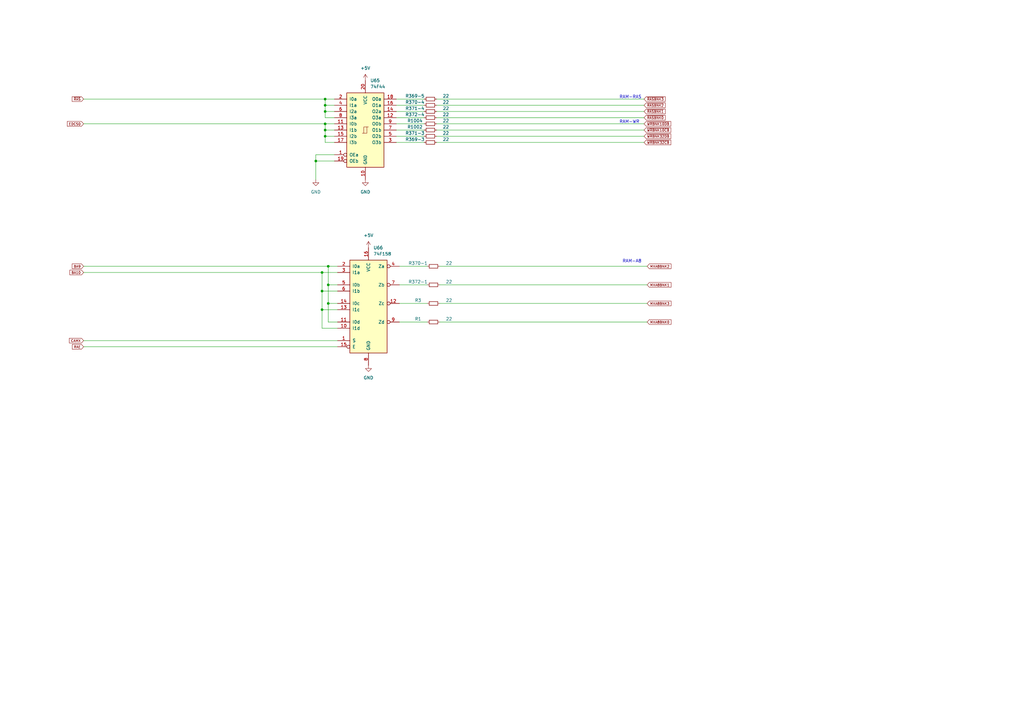
<source format=kicad_sch>
(kicad_sch (version 20211123) (generator eeschema)
  (paper "A3")
  (lib_symbols
    (symbol "74xx:74LS158" (pin_names (offset 1.016))
      (property "Reference" "U" (at -7.62 19.05 0))
      (property "Value" "74LS158" (at -7.62 -21.59 0))
      (symbol "74LS158_1_0"
        (pin input line (at -12.7 -15.24 0) (length 5.08) (name "S") (number "1"))
        (pin input line (at -12.7 -10.16 0) (length 5.08) (name "I1d") (number "10"))
        (pin input line (at -12.7 -7.62 0) (length 5.08) (name "I0d") (number "11"))
        (pin output inverted (at 12.7 0 180) (length 5.08) (name "Zc") (number "12"))
        (pin input line (at -12.7 -2.54 0) (length 5.08) (name "I1c") (number "13"))
        (pin input line (at -12.7 0 0) (length 5.08) (name "I0c") (number "14"))
        (pin input inverted (at -12.7 -17.78 0) (length 5.08) (name "E") (number "15"))
        (pin power_in line (at 0 22.86 270) (length 5.08) (name "VCC") (number "16"))
        (pin input line (at -12.7 15.24 0) (length 5.08) (name "I0a") (number "2"))
        (pin input line (at -12.7 12.7 0) (length 5.08) (name "I1a") (number "3"))
        (pin output inverted (at 12.7 15.24 180) (length 5.08) (name "Za") (number "4"))
        (pin input line (at -12.7 7.62 0) (length 5.08) (name "I0b") (number "5"))
        (pin input line (at -12.7 5.08 0) (length 5.08) (name "I1b") (number "6"))
        (pin output inverted (at 12.7 7.62 180) (length 5.08) (name "Zb") (number "7"))
        (pin power_in line (at 0 -25.4 90) (length 5.08) (name "GND") (number "8"))
        (pin output inverted (at 12.7 -7.62 180) (length 5.08) (name "Zd") (number "9"))
      )
      (symbol "74LS158_1_1"
        (rectangle (start -7.62 17.78) (end 7.62 -20.32) (stroke (width 0.254)) (fill (type background)))
      )
    )
    (symbol "74xx:74LS244" (pin_names (offset 1.016))
      (property "Reference" "U" (at -7.62 16.51 0))
      (property "Value" "74LS244" (at -7.62 -16.51 0))
      (symbol "74LS244_1_0"
        (polyline (pts (xy -0.635 -1.27) (xy -0.635 1.27) (xy 0.635 1.27)))
        (polyline (pts (xy -1.27 -1.27) (xy 0.635 -1.27) (xy 0.635 1.27) (xy 1.27 1.27)))
        (pin input inverted (at -12.7 -10.16 0) (length 5.08) (name "OEa") (number "1"))
        (pin power_in line (at 0 -20.32 90) (length 5.08) (name "GND") (number "10"))
        (pin input line (at -12.7 2.54 0) (length 5.08) (name "I0b") (number "11"))
        (pin tri_state line (at 12.7 5.08 180) (length 5.08) (name "O3a") (number "12"))
        (pin input line (at -12.7 0 0) (length 5.08) (name "I1b") (number "13"))
        (pin tri_state line (at 12.7 7.62 180) (length 5.08) (name "O2a") (number "14"))
        (pin input line (at -12.7 -2.54 0) (length 5.08) (name "I2b") (number "15"))
        (pin tri_state line (at 12.7 10.16 180) (length 5.08) (name "O1a") (number "16"))
        (pin input line (at -12.7 -5.08 0) (length 5.08) (name "I3b") (number "17"))
        (pin tri_state line (at 12.7 12.7 180) (length 5.08) (name "O0a") (number "18"))
        (pin input inverted (at -12.7 -12.7 0) (length 5.08) (name "OEb") (number "19"))
        (pin input line (at -12.7 12.7 0) (length 5.08) (name "I0a") (number "2"))
        (pin power_in line (at 0 20.32 270) (length 5.08) (name "VCC") (number "20"))
        (pin tri_state line (at 12.7 -5.08 180) (length 5.08) (name "O3b") (number "3"))
        (pin input line (at -12.7 10.16 0) (length 5.08) (name "I1a") (number "4"))
        (pin tri_state line (at 12.7 -2.54 180) (length 5.08) (name "O2b") (number "5"))
        (pin input line (at -12.7 7.62 0) (length 5.08) (name "I2a") (number "6"))
        (pin tri_state line (at 12.7 0 180) (length 5.08) (name "O1b") (number "7"))
        (pin input line (at -12.7 5.08 0) (length 5.08) (name "I3a") (number "8"))
        (pin tri_state line (at 12.7 2.54 180) (length 5.08) (name "O0b") (number "9"))
      )
      (symbol "74LS244_1_1"
        (rectangle (start -7.62 15.24) (end 7.62 -15.24) (stroke (width 0.254)) (fill (type background)))
      )
    )
    (symbol "Device:R_Small" (pin_numbers hide) (pin_names (offset 0.254) hide)
      (property "Reference" "R" (at 0.762 0.508 0))
      (property "Value" "R_Small" (at 0.762 -1.016 0))
      (symbol "R_Small_0_1"
        (rectangle (start -0.762 1.778) (end 0.762 -1.778) (stroke (width 0.2032)))
      )
      (symbol "R_Small_1_1"
        (pin passive line (at 0 2.54 270) (length 0.762) (name "~") (number "1"))
        (pin passive line (at 0 -2.54 90) (length 0.762) (name "~") (number "2"))
      )
    )
    (symbol "power:+5V" (power) (pin_names (offset 0))
      (property "Value" "+5V" (at 0 3.556 0))
      (symbol "+5V_0_1"
        (polyline (pts (xy -0.762 1.27) (xy 0 2.54)))
        (polyline (pts (xy 0 0) (xy 0 2.54)))
        (polyline (pts (xy 0 2.54) (xy 0.762 1.27)))
      )
      (symbol "+5V_1_1"
        (pin power_in line (at 0 0 90) (length 0) hide (name "+5V") (number "1"))
      )
    )
    (symbol "power:GND" (power) (pin_names (offset 0))
      (property "Value" "GND" (at 0 -3.81 0))
      (symbol "GND_0_1"
        (polyline (pts (xy 0 0) (xy 0 -1.27) (xy 1.27 -1.27) (xy 0 -2.54) (xy -1.27 -1.27) (xy 0 -1.27)))
      )
      (symbol "GND_1_1"
        (pin power_in line (at 0 0 270) (length 0) hide (name "GND") (number "1"))
      )
    )
  )
  (junction (at 132.08 119.38))
  (junction (at 133.35 45.72))
  (junction (at 133.35 50.8))
  (junction (at 133.35 40.64))
  (junction (at 129.54 66.04))
  (junction (at 133.35 53.34))
  (junction (at 134.62 109.22))
  (junction (at 133.35 43.18))
  (junction (at 134.62 116.84))
  (junction (at 132.08 111.76))
  (junction (at 134.62 124.46))
  (junction (at 132.08 127))
  (junction (at 133.35 55.88))
  (wire (pts (xy 133.35 58.42) (xy 137.16 58.42)))
  (wire (pts (xy 133.35 45.72) (xy 133.35 43.18)))
  (wire (pts (xy 137.16 63.5) (xy 129.54 63.5)))
  (wire (pts (xy 34.29 109.22) (xy 134.62 109.22)))
  (wire (pts (xy 162.56 40.64) (xy 173.99 40.64)))
  (wire (pts (xy 163.83 109.22) (xy 175.26 109.22)))
  (wire (pts (xy 134.62 109.22) (xy 134.62 116.84)))
  (wire (pts (xy 163.83 132.08) (xy 175.26 132.08)))
  (wire (pts (xy 34.29 50.8) (xy 133.35 50.8)))
  (wire (pts (xy 133.35 40.64) (xy 137.16 40.64)))
  (wire (pts (xy 132.08 134.62) (xy 138.43 134.62)))
  (wire (pts (xy 162.56 43.18) (xy 173.99 43.18)))
  (wire (pts (xy 179.07 45.72) (xy 264.16 45.72)))
  (wire (pts (xy 180.34 116.84) (xy 265.43 116.84)))
  (wire (pts (xy 162.56 53.34) (xy 173.99 53.34)))
  (wire (pts (xy 134.62 116.84) (xy 134.62 124.46)))
  (wire (pts (xy 129.54 66.04) (xy 129.54 73.66)))
  (wire (pts (xy 133.35 55.88) (xy 133.35 53.34)))
  (wire (pts (xy 132.08 111.76) (xy 132.08 119.38)))
  (wire (pts (xy 138.43 109.22) (xy 134.62 109.22)))
  (wire (pts (xy 133.35 50.8) (xy 133.35 53.34)))
  (wire (pts (xy 180.34 109.22) (xy 265.43 109.22)))
  (wire (pts (xy 179.07 58.42) (xy 264.16 58.42)))
  (wire (pts (xy 179.07 53.34) (xy 264.16 53.34)))
  (wire (pts (xy 132.08 127) (xy 132.08 134.62)))
  (wire (pts (xy 134.62 116.84) (xy 138.43 116.84)))
  (wire (pts (xy 34.29 40.64) (xy 133.35 40.64)))
  (wire (pts (xy 134.62 132.08) (xy 138.43 132.08)))
  (wire (pts (xy 34.29 111.76) (xy 132.08 111.76)))
  (wire (pts (xy 180.34 132.08) (xy 265.43 132.08)))
  (wire (pts (xy 163.83 124.46) (xy 175.26 124.46)))
  (wire (pts (xy 162.56 48.26) (xy 173.99 48.26)))
  (wire (pts (xy 162.56 45.72) (xy 173.99 45.72)))
  (wire (pts (xy 163.83 116.84) (xy 175.26 116.84)))
  (wire (pts (xy 137.16 55.88) (xy 133.35 55.88)))
  (wire (pts (xy 132.08 127) (xy 138.43 127)))
  (wire (pts (xy 133.35 43.18) (xy 137.16 43.18)))
  (wire (pts (xy 129.54 66.04) (xy 137.16 66.04)))
  (wire (pts (xy 34.29 139.7) (xy 138.43 139.7)))
  (wire (pts (xy 133.35 48.26) (xy 133.35 45.72)))
  (wire (pts (xy 132.08 111.76) (xy 138.43 111.76)))
  (wire (pts (xy 132.08 119.38) (xy 138.43 119.38)))
  (wire (pts (xy 179.07 40.64) (xy 264.16 40.64)))
  (wire (pts (xy 162.56 55.88) (xy 173.99 55.88)))
  (wire (pts (xy 137.16 48.26) (xy 133.35 48.26)))
  (wire (pts (xy 133.35 53.34) (xy 137.16 53.34)))
  (wire (pts (xy 34.29 142.24) (xy 138.43 142.24)))
  (wire (pts (xy 180.34 124.46) (xy 265.43 124.46)))
  (wire (pts (xy 162.56 58.42) (xy 173.99 58.42)))
  (wire (pts (xy 162.56 50.8) (xy 173.99 50.8)))
  (wire (pts (xy 179.07 48.26) (xy 264.16 48.26)))
  (wire (pts (xy 179.07 43.18) (xy 264.16 43.18)))
  (wire (pts (xy 133.35 45.72) (xy 137.16 45.72)))
  (wire (pts (xy 129.54 63.5) (xy 129.54 66.04)))
  (wire (pts (xy 133.35 55.88) (xy 133.35 58.42)))
  (wire (pts (xy 179.07 50.8) (xy 264.16 50.8)))
  (wire (pts (xy 179.07 55.88) (xy 264.16 55.88)))
  (wire (pts (xy 137.16 50.8) (xy 133.35 50.8)))
  (wire (pts (xy 134.62 124.46) (xy 138.43 124.46)))
  (wire (pts (xy 134.62 124.46) (xy 134.62 132.08)))
  (wire (pts (xy 133.35 43.18) (xy 133.35 40.64)))
  (wire (pts (xy 132.08 119.38) (xy 132.08 127)))
  (text "RAM-WR" (at 254 50.8 0) (effects (font (size 1.27 1.27)) (justify left bottom)))
  (text "RAM-RAS" (at 254 40.64 0) (effects (font (size 1.27 1.27)) (justify left bottom)))
  (text "RAM-A8" (at 255.27 107.95 0) (effects (font (size 1.27 1.27)) (justify left bottom)))
  (global_label "~{RAS}" (shape input) (at 34.29 40.64 180) (effects (font (size 1 1))) (property "Intersheet References" "${INTERSHEET_REFS}" (effects hide)))
  (global_label "BA9" (shape input) (at 34.29 109.22 180) (effects (font (size 1 1))) (property "Intersheet References" "${INTERSHEET_REFS}" (effects hide)))
  (global_label "~{WRBNK10CB}" (shape input) (at 264.16 53.34 0) (effects (font (size 1 1))) (property "Intersheet References" "${INTERSHEET_REFS}" (effects hide)))
  (global_label "~{WRBNK32CB}" (shape input) (at 264.16 58.42 0) (effects (font (size 1 1))) (property "Intersheet References" "${INTERSHEET_REFS}" (effects hide)))
  (global_label "~{RASBNK2}" (shape input) (at 264.16 43.18 0) (effects (font (size 1 1))) (property "Intersheet References" "${INTERSHEET_REFS}" (effects hide)))
  (global_label "~{WRBNK10DB}" (shape input) (at 264.16 50.8 0) (effects (font (size 1 1))) (property "Intersheet References" "${INTERSHEET_REFS}" (effects hide)))
  (global_label "EDCS0" (shape input) (at 34.29 50.8 180) (effects (font (size 1 1))) (property "Intersheet References" "${INTERSHEET_REFS}" (effects hide)))
  (global_label "RAE" (shape input) (at 34.29 142.24 180) (effects (font (size 1 1))) (property "Intersheet References" "${INTERSHEET_REFS}" (effects hide)))
  (global_label "BA10" (shape input) (at 34.29 111.76 180) (effects (font (size 1 1))) (property "Intersheet References" "${INTERSHEET_REFS}" (effects hide)))
  (global_label "MXA8BNK1" (shape input) (at 265.43 116.84 0) (effects (font (size 1 1))) (property "Intersheet References" "${INTERSHEET_REFS}" (effects hide)))
  (global_label "~{RASBNK0}" (shape input) (at 264.16 48.26 0) (effects (font (size 1 1))) (property "Intersheet References" "${INTERSHEET_REFS}" (effects hide)))
  (global_label "MXA8BNK0" (shape input) (at 265.43 132.08 0) (effects (font (size 1 1))) (property "Intersheet References" "${INTERSHEET_REFS}" (effects hide)))
  (global_label "MXA8BNK2" (shape input) (at 265.43 109.22 0) (effects (font (size 1 1))) (property "Intersheet References" "${INTERSHEET_REFS}" (effects hide)))
  (global_label "~{WRBNK32DB}" (shape input) (at 264.16 55.88 0) (effects (font (size 1 1))) (property "Intersheet References" "${INTERSHEET_REFS}" (effects hide)))
  (global_label "CAMX" (shape input) (at 34.29 139.7 180) (effects (font (size 1 1))) (property "Intersheet References" "${INTERSHEET_REFS}" (effects hide)))
  (global_label "MXA8BNK3" (shape input) (at 265.43 124.46 0) (effects (font (size 1 1))) (property "Intersheet References" "${INTERSHEET_REFS}" (effects hide)))
  (global_label "~{RASBNK3}" (shape input) (at 264.16 40.64 0) (effects (font (size 1 1))) (property "Intersheet References" "${INTERSHEET_REFS}" (effects hide)))
  (global_label "~{RASBNK1}" (shape input) (at 264.16 45.72 0) (effects (font (size 1 1))) (property "Intersheet References" "${INTERSHEET_REFS}" (effects hide)))
  (symbol (lib_id "Device:R_Small") (at 176.53 45.72 90) (unit 1)
    (property "Reference" "R371-4" (at 170.18 44.45 90))
    (property "Value" "22" (at 182.88 44.45 90))
    (property "Footprint" "Resistor_SMD:R_0402_1005Metric" (effects hide))
  )
  (symbol (lib_id "74xx:74LS158") (at 151.13 124.46 0) (unit 1)
    (property "Reference" "U66" (at 153.1494 101.6 0) (effects (justify left)))
    (property "Value" "74F158" (at 153.1494 104.14 0) (effects (justify left)))
    (property "Footprint" "Package_DIP:DIP-16_W7.62mm" (effects hide))
    (property "Datasheet" "http://www.ti.com/lit/gpn/sn74LS158" (effects hide))
  )
  (symbol (lib_id "Device:R_Small") (at 176.53 43.18 90) (unit 1)
    (property "Reference" "R370-4" (at 170.18 41.91 90))
    (property "Value" "22" (at 182.88 41.91 90))
    (property "Footprint" "Resistor_SMD:R_0402_1005Metric" (effects hide))
  )
  (symbol (lib_id "Device:R_Small") (at 176.53 40.64 90) (unit 1)
    (property "Reference" "R369-5" (at 170.18 39.37 90))
    (property "Value" "22" (at 182.88 39.37 90))
    (property "Footprint" "Resistor_SMD:R_0402_1005Metric" (effects hide))
  )
  (symbol (lib_id "power:GND") (at 129.54 73.66 0) (unit 1)
    (property "Reference" "#PWR0237" (effects hide))
    (property "Value" "GND" (at 129.54 78.74 0))
  )
  (symbol (lib_id "Device:R_Small") (at 177.8 109.22 90) (unit 1)
    (property "Reference" "R370-1" (at 171.45 107.95 90))
    (property "Value" "22" (at 184.15 107.95 90))
    (property "Footprint" "Resistor_SMD:R_0402_1005Metric" (effects hide))
  )
  (symbol (lib_id "Device:R_Small") (at 177.8 124.46 90) (unit 1)
    (property "Reference" "R3" (at 171.45 123.19 90))
    (property "Value" "22" (at 184.15 123.19 90))
    (property "Footprint" "Resistor_SMD:R_0402_1005Metric" (effects hide))
  )
  (symbol (lib_id "power:GND") (at 151.13 149.86 0) (unit 1)
    (property "Reference" "#PWR0236" (effects hide))
    (property "Value" "GND" (at 151.13 154.94 0))
  )
  (symbol (lib_id "power:+5V") (at 151.13 101.6 0) (unit 1)
    (property "Reference" "#PWR0235" (effects hide))
    (property "Value" "+5V" (at 151.13 96.52 0))
  )
  (symbol (lib_id "Device:R_Small") (at 176.53 50.8 90) (unit 1)
    (property "Reference" "R1004" (at 170.18 49.53 90))
    (property "Value" "22" (at 182.88 49.53 90))
    (property "Footprint" "Resistor_SMD:R_0402_1005Metric" (effects hide))
  )
  (symbol (lib_id "Device:R_Small") (at 177.8 132.08 90) (unit 1)
    (property "Reference" "R1" (at 171.45 130.81 90))
    (property "Value" "22" (at 184.15 130.81 90))
    (property "Footprint" "Resistor_SMD:R_0402_1005Metric" (effects hide))
  )
  (symbol (lib_id "74xx:74LS244") (at 149.86 53.34 0) (unit 1)
    (property "Reference" "U65" (at 151.8794 33.02 0) (effects (justify left)))
    (property "Value" "74F44" (at 151.8794 35.56 0) (effects (justify left)))
    (property "Footprint" "Package_DIP:DIP-20_W7.62mm" (effects hide))
    (property "Datasheet" "http://www.ti.com/lit/ds/symlink/sn74ls244.pdf" (effects hide))
  )
  (symbol (lib_id "power:+5V") (at 149.86 33.02 0) (unit 1)
    (property "Reference" "#PWR0233" (effects hide))
    (property "Value" "+5V" (at 149.86 27.94 0))
  )
  (symbol (lib_id "power:GND") (at 149.86 73.66 0) (unit 1)
    (property "Reference" "#PWR0234" (effects hide))
    (property "Value" "GND" (at 149.86 78.74 0))
  )
  (symbol (lib_id "Device:R_Small") (at 177.8 116.84 90) (unit 1)
    (property "Reference" "R372-1" (at 171.45 115.57 90))
    (property "Value" "22" (at 184.15 115.57 90))
    (property "Footprint" "Resistor_SMD:R_0402_1005Metric" (effects hide))
  )
  (symbol (lib_id "Device:R_Small") (at 176.53 48.26 90) (unit 1)
    (property "Reference" "R372-4" (at 170.18 46.99 90))
    (property "Value" "22" (at 182.88 46.99 90))
    (property "Footprint" "Resistor_SMD:R_0402_1005Metric" (effects hide))
  )
  (symbol (lib_id "Device:R_Small") (at 176.53 58.42 90) (unit 1)
    (property "Reference" "R369-3" (at 170.18 57.15 90))
    (property "Value" "22" (at 182.88 57.15 90))
    (property "Footprint" "Resistor_SMD:R_0402_1005Metric" (effects hide))
  )
  (symbol (lib_id "Device:R_Small") (at 176.53 55.88 90) (unit 1)
    (property "Reference" "R371-3" (at 170.18 54.61 90))
    (property "Value" "22" (at 182.88 54.61 90))
    (property "Footprint" "Resistor_SMD:R_0402_1005Metric" (effects hide))
  )
  (symbol (lib_id "Device:R_Small") (at 176.53 53.34 90) (unit 1)
    (property "Reference" "R1002" (at 170.18 52.07 90))
    (property "Value" "22" (at 182.88 52.07 90))
    (property "Footprint" "Resistor_SMD:R_0402_1005Metric" (effects hide))
  )
)
</source>
